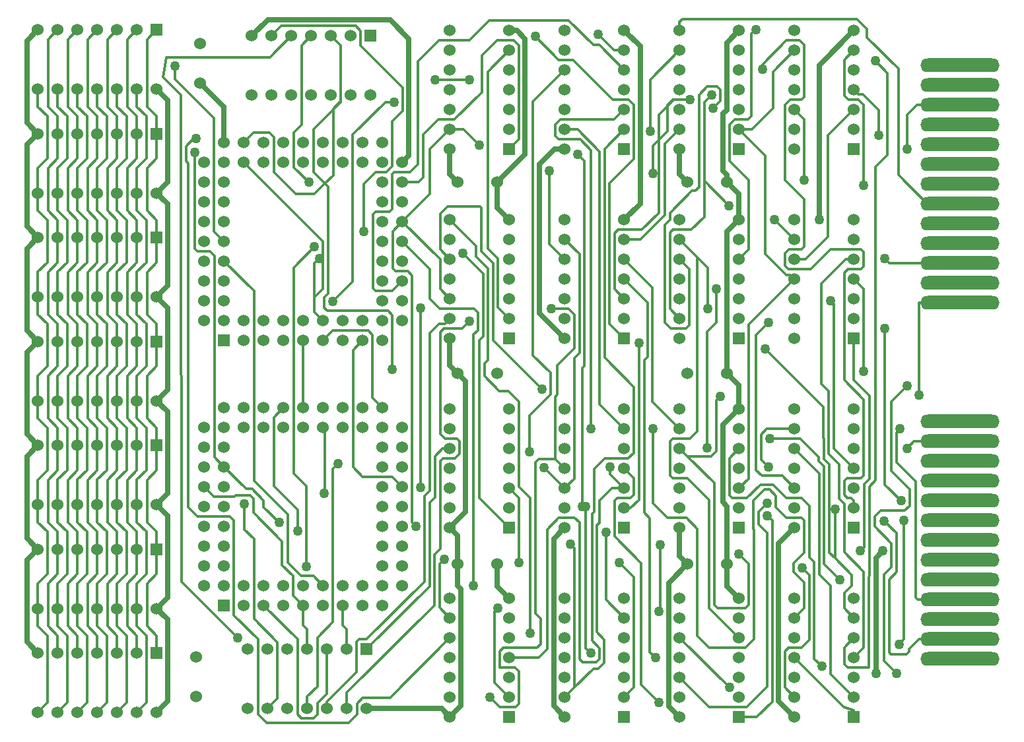
<source format=gbl>
%FSLAX23Y23*%
%MOIN*%
G70*
G01*
G75*
G04 Layer_Physical_Order=2*
G04 Layer_Color=16711680*
%ADD10O,0.400X0.070*%
%ADD11C,0.025*%
%ADD12C,0.012*%
%ADD13R,0.060X0.060*%
%ADD14C,0.060*%
%ADD15R,0.060X0.060*%
%ADD16C,0.050*%
D10*
X5275Y3550D02*
D03*
Y3450D02*
D03*
Y3350D02*
D03*
Y3250D02*
D03*
Y3150D02*
D03*
Y3050D02*
D03*
Y2950D02*
D03*
Y2850D02*
D03*
Y2750D02*
D03*
Y2650D02*
D03*
Y2550D02*
D03*
Y2450D02*
D03*
Y2350D02*
D03*
Y4150D02*
D03*
Y4250D02*
D03*
Y4350D02*
D03*
Y4450D02*
D03*
Y4550D02*
D03*
Y4650D02*
D03*
Y4750D02*
D03*
Y4850D02*
D03*
Y4950D02*
D03*
Y5050D02*
D03*
Y5150D02*
D03*
Y5250D02*
D03*
Y5350D02*
D03*
D11*
X4100Y2830D02*
Y3122D01*
Y2717D02*
Y2830D01*
X2700Y3835D02*
X2740Y3795D01*
X2780Y3754D01*
X2740Y2830D02*
Y2973D01*
Y2719D02*
Y2830D01*
X2940Y2717D02*
Y2830D01*
Y2717D02*
X3000Y2657D01*
X4080Y3143D02*
X4100Y3122D01*
X4080Y3143D02*
Y3533D01*
X4160Y3613D01*
X564Y5474D02*
X620Y5530D01*
X564Y5061D02*
Y5474D01*
Y5061D02*
X620Y5005D01*
X564Y3374D02*
X620Y3430D01*
X564Y2961D02*
Y3374D01*
Y2961D02*
X620Y2905D01*
X564Y2436D02*
X620Y2380D01*
X564Y2436D02*
Y2849D01*
X620Y2905D01*
X564Y3899D02*
X620Y3955D01*
X564Y3486D02*
Y3899D01*
Y3486D02*
X620Y3430D01*
X564Y4536D02*
X620Y4480D01*
X564Y4536D02*
Y4949D01*
X620Y5005D01*
X564Y4424D02*
X620Y4480D01*
X564Y4011D02*
Y4424D01*
Y4011D02*
X620Y3955D01*
X1700Y5500D02*
X1781Y5581D01*
X2398D01*
X2493Y5485D01*
Y4893D02*
Y5485D01*
X2460Y4860D02*
X2493Y4893D01*
X3151Y4098D02*
X3280Y3970D01*
X3151Y4098D02*
Y4850D01*
X3228Y4927D01*
X3280D01*
X2700Y4800D02*
Y4927D01*
Y4800D02*
X2740Y4760D01*
X1220Y3130D02*
X1276Y3074D01*
Y2661D02*
Y3074D01*
X1220Y2605D02*
X1276Y2661D01*
X1220Y2080D02*
X1276Y2136D01*
Y2549D01*
X1220Y2605D02*
X1276Y2549D01*
X1220Y3655D02*
X1276Y3599D01*
Y3186D02*
Y3599D01*
X1220Y3130D02*
X1276Y3186D01*
X1220Y4180D02*
X1276Y4124D01*
Y3711D02*
Y4124D01*
X1220Y3655D02*
X1276Y3711D01*
X1220Y4705D02*
X1276Y4761D01*
Y5174D01*
X1220Y5230D02*
X1276Y5174D01*
X1220Y4705D02*
X1276Y4649D01*
Y4236D02*
Y4649D01*
X1220Y4180D02*
X1276Y4236D01*
X3860Y4800D02*
Y4927D01*
Y4800D02*
X3900Y4760D01*
X4851Y2276D02*
Y2862D01*
X4885Y2896D01*
X2700Y3013D02*
X2740Y2973D01*
X2700Y3013D02*
X2780Y3094D01*
Y3754D01*
X4359Y2137D02*
X4440Y2057D01*
X4359Y2137D02*
Y2933D01*
X4440Y3013D01*
X3580Y4570D02*
X3661Y4650D01*
Y5446D01*
X3580Y5527D02*
X3661Y5446D01*
X4097Y5464D02*
X4160Y5527D01*
X4097Y5124D02*
Y5464D01*
X4080Y5107D02*
X4097Y5124D01*
X4080Y4817D02*
Y5107D01*
Y4817D02*
X4100Y4797D01*
Y4760D02*
Y4797D01*
X1560Y4960D02*
Y5140D01*
X1440Y5260D02*
X1560Y5140D01*
X2700Y3835D02*
Y3970D01*
X4100Y2717D02*
X4160Y2657D01*
X3000Y5527D02*
X3038D01*
X3080Y5484D01*
Y4900D02*
Y5484D01*
X2940Y4760D02*
X3080Y4900D01*
X4100Y4760D02*
X4160Y4700D01*
Y4570D02*
Y4700D01*
X4564Y4570D02*
Y5351D01*
X4740Y5527D01*
X3860Y2870D02*
Y3013D01*
Y2870D02*
X3900Y2830D01*
X3805Y2734D02*
X3900Y2830D01*
X3805Y2112D02*
Y2734D01*
Y2112D02*
X3860Y2057D01*
X4160Y3613D02*
Y3735D01*
X4100Y3795D02*
X4160Y3735D01*
X2280Y2100D02*
X2657D01*
X2700Y2057D01*
X3224Y2113D02*
X3280Y2057D01*
X3224Y2113D02*
Y2957D01*
X3280Y3013D01*
X4100Y4510D02*
X4160Y4570D01*
X4100Y3795D02*
Y4510D01*
X2740Y2719D02*
X2756Y2703D01*
Y2113D02*
Y2703D01*
X2700Y2057D02*
X2756Y2113D01*
X2940Y4630D02*
Y4760D01*
Y4630D02*
X3000Y4570D01*
D12*
X820Y3655D02*
Y3781D01*
Y3567D02*
Y3655D01*
Y2605D02*
Y2731D01*
Y2517D02*
Y2605D01*
Y3130D02*
Y3256D01*
Y3042D02*
Y3130D01*
Y4705D02*
Y4831D01*
Y4617D02*
Y4705D01*
Y4180D02*
Y4306D01*
Y4092D02*
Y4180D01*
Y5005D02*
Y5093D01*
Y4879D02*
Y5005D01*
Y4480D02*
Y4568D01*
Y4354D02*
Y4480D01*
Y3430D02*
Y3518D01*
Y3304D02*
Y3430D01*
Y3955D02*
Y4043D01*
Y3829D02*
Y3955D01*
Y2905D02*
Y2993D01*
Y2780D02*
Y2905D01*
X3985Y4766D02*
X4109Y4642D01*
X3985Y4766D02*
Y5163D01*
Y4584D02*
Y4766D01*
X620Y4705D02*
Y4831D01*
Y4617D02*
Y4705D01*
Y4180D02*
Y4306D01*
Y4092D02*
Y4180D01*
Y2605D02*
Y2730D01*
Y2517D02*
Y2605D01*
Y3655D02*
Y3781D01*
Y3567D02*
Y3655D01*
Y3130D02*
Y3255D01*
Y3042D02*
Y3130D01*
X720Y3655D02*
Y3781D01*
Y3567D02*
Y3655D01*
Y2605D02*
Y2731D01*
Y2517D02*
Y2605D01*
Y3130D02*
Y3256D01*
Y3042D02*
Y3130D01*
Y4705D02*
Y4831D01*
Y4617D02*
Y4705D01*
Y4180D02*
Y4306D01*
Y4092D02*
Y4180D01*
Y5005D02*
Y5093D01*
Y4879D02*
Y5005D01*
Y4480D02*
Y4568D01*
Y4354D02*
Y4480D01*
Y3430D02*
Y3518D01*
Y3304D02*
Y3430D01*
Y3955D02*
Y4043D01*
Y3829D02*
Y3955D01*
Y2905D02*
Y2993D01*
Y2780D02*
Y2905D01*
X920Y3655D02*
Y3781D01*
Y3567D02*
Y3655D01*
Y2605D02*
Y2731D01*
Y2517D02*
Y2605D01*
Y3130D02*
Y3256D01*
Y3042D02*
Y3130D01*
Y4705D02*
Y4831D01*
Y4617D02*
Y4705D01*
Y4180D02*
Y4306D01*
Y4092D02*
Y4180D01*
Y5005D02*
Y5093D01*
Y4879D02*
Y5005D01*
Y4480D02*
Y4568D01*
Y4354D02*
Y4480D01*
Y3430D02*
Y3518D01*
Y3304D02*
Y3430D01*
Y3955D02*
Y4043D01*
Y3829D02*
Y3955D01*
Y2905D02*
Y2993D01*
Y2780D02*
Y2905D01*
X1020Y3655D02*
Y3781D01*
Y3567D02*
Y3655D01*
Y2605D02*
Y2731D01*
Y2517D02*
Y2605D01*
Y3130D02*
Y3256D01*
Y3042D02*
Y3130D01*
Y4705D02*
Y4831D01*
Y4617D02*
Y4705D01*
Y4180D02*
Y4306D01*
Y4092D02*
Y4180D01*
Y5005D02*
Y5093D01*
Y4879D02*
Y5005D01*
Y3955D02*
Y4043D01*
Y3829D02*
Y3955D01*
Y3430D02*
Y3518D01*
Y3304D02*
Y3430D01*
Y4480D02*
Y4568D01*
Y4354D02*
Y4480D01*
Y2905D02*
Y2993D01*
Y2780D02*
Y2905D01*
X1120Y3655D02*
Y3781D01*
Y3567D02*
Y3655D01*
Y4705D02*
Y4831D01*
Y4617D02*
Y4705D01*
Y2605D02*
Y2731D01*
Y2517D02*
Y2605D01*
Y3130D02*
Y3256D01*
Y3042D02*
Y3130D01*
Y4180D02*
Y4306D01*
Y4092D02*
Y4180D01*
Y5005D02*
Y5093D01*
Y4879D02*
Y5005D01*
Y4480D02*
Y4568D01*
Y4354D02*
Y4480D01*
Y3430D02*
Y3518D01*
Y3304D02*
Y3430D01*
Y3955D02*
Y4043D01*
Y3829D02*
Y3955D01*
Y2905D02*
Y2993D01*
Y2780D02*
Y2905D01*
X1220Y5005D02*
Y5093D01*
Y4879D02*
Y5005D01*
Y3955D02*
Y4043D01*
Y3829D02*
Y3955D01*
Y3430D02*
Y3518D01*
Y3304D02*
Y3430D01*
Y4480D02*
Y4568D01*
Y4354D02*
Y4480D01*
Y2905D02*
Y2993D01*
Y2780D02*
Y2905D01*
X3831Y5176D02*
X3913D01*
X3825D02*
X3831D01*
X3800Y5145D02*
X3831Y5176D01*
X3755Y5100D02*
X3800Y5145D01*
Y5151D01*
Y5018D02*
Y5145D01*
X3755Y4973D02*
Y5100D01*
Y4805D02*
Y4973D01*
Y4605D02*
Y4805D01*
Y4973D02*
X3800Y5018D01*
X3726Y4944D02*
X3755Y4973D01*
X2149Y5170D02*
Y5451D01*
Y5165D02*
Y5170D01*
X2111Y5132D02*
X2149Y5170D01*
X2111Y5127D02*
Y5132D01*
Y4795D02*
Y5127D01*
X2069Y4753D02*
X2111Y4795D01*
X2016Y4700D02*
X2069Y4753D01*
X2111Y5127D02*
X2149Y5165D01*
X2011Y5027D02*
X2111Y5127D01*
X2011Y4811D02*
X2069Y4753D01*
X2085Y4737D01*
X2060Y4375D02*
Y4460D01*
Y4222D02*
Y4375D01*
X2016Y4178D02*
X2060Y4222D01*
X2016Y4178D02*
Y4350D01*
Y4104D02*
Y4178D01*
X3900Y3373D02*
X4018D01*
X3860Y3413D02*
X3900Y3373D01*
X4034Y3239D01*
X1511Y3369D02*
X1560Y3320D01*
X1671Y3209D01*
X3860Y4470D02*
X3949Y4381D01*
X4002Y4328D01*
X3949Y3500D02*
Y4381D01*
X3231Y3362D02*
X3231Y3362D01*
X3280Y3313D01*
X3150Y3362D02*
X3231D01*
X3329Y2206D02*
Y2911D01*
X2460Y4560D02*
X2600Y4700D01*
X2411Y4511D02*
X2460Y4560D01*
X2651Y4369D01*
X3329Y2206D02*
X3424Y2301D01*
X3280Y2157D02*
X3329Y2206D01*
X3368Y3120D02*
Y3819D01*
X3386Y2404D02*
Y3120D01*
X4615Y3107D02*
Y3334D01*
Y2888D02*
Y3107D01*
X4644Y2859D02*
Y3107D01*
X4615Y2888D02*
X4644Y2859D01*
X4728Y2775D01*
X820Y2517D02*
X869Y2468D01*
Y2129D02*
Y2468D01*
X820Y2080D02*
X869Y2129D01*
X771Y5142D02*
X820Y5093D01*
X771Y5142D02*
Y5481D01*
X820Y5530D01*
X5043Y3450D02*
X5275D01*
X5007Y3414D02*
X5043Y3450D01*
X5067Y2450D02*
X5275D01*
X5017Y2400D02*
X5067Y2450D01*
X5017Y2388D02*
Y2400D01*
X5004Y2375D02*
X5017Y2388D01*
X4925Y2375D02*
X5004D01*
X4917Y2383D02*
X4925Y2375D01*
X4917Y2383D02*
Y2752D01*
X4954Y2789D01*
Y2986D01*
X4893Y3047D02*
X4954Y2986D01*
X4967Y2425D02*
X4992Y2450D01*
Y3050D01*
X3710Y2384D02*
X3737Y2357D01*
X3710Y2384D02*
Y3061D01*
X3682Y3089D02*
X3710Y3061D01*
X3682Y3089D02*
Y3861D01*
X3698Y3877D01*
Y4152D01*
X3580Y4270D02*
X3698Y4152D01*
X4623Y2274D02*
X4740Y2157D01*
X4623Y2274D02*
Y2720D01*
X4565Y2778D02*
X4623Y2720D01*
X4565Y2778D02*
Y3288D01*
X4440Y3413D02*
X4565Y3288D01*
X4209Y4039D02*
X4440Y4270D01*
X4209Y3262D02*
Y4039D01*
X4160Y3213D02*
X4209Y3262D01*
X4420Y4290D02*
X4440Y4270D01*
X4400Y4290D02*
X4420D01*
X4293Y4397D02*
X4400Y4290D01*
X4293Y4397D02*
Y4894D01*
X4160Y5027D02*
X4293Y4894D01*
X2624Y5277D02*
X2800D01*
X2374Y5165D02*
X2418D01*
X2209Y5000D02*
X2374Y5165D01*
X2209Y4256D02*
Y5000D01*
X2110Y4157D02*
X2209Y4256D01*
X2410Y3270D02*
X2460Y3220D01*
X2260Y3270D02*
X2410D01*
X2211Y3319D02*
X2260Y3270D01*
X2211Y3319D02*
Y3911D01*
X2260Y3960D01*
X2410Y4210D02*
X2460Y4260D01*
X2325Y4210D02*
X2410D01*
X2311Y4224D02*
X2325Y4210D01*
X2311Y4224D02*
Y4597D01*
X2325Y4611D01*
X2395D01*
X2409Y4625D01*
Y4801D01*
X2417Y4809D01*
X2500D01*
X2540Y4849D01*
Y5371D01*
X2645Y5476D01*
X2798D01*
X2900Y5578D01*
X3300D01*
X3425Y5453D01*
X3454D01*
X3580Y5327D01*
X2648Y2832D02*
X2671Y2855D01*
X2648Y2609D02*
Y2832D01*
Y2609D02*
X2700Y2557D01*
X620Y2517D02*
X669Y2468D01*
Y2129D02*
Y2468D01*
X620Y2080D02*
X669Y2129D01*
X720Y2517D02*
X769Y2468D01*
Y2129D02*
Y2468D01*
X720Y2080D02*
X769Y2129D01*
X671Y5142D02*
X720Y5093D01*
X671Y5142D02*
Y5481D01*
X720Y5530D01*
X920Y2517D02*
X969Y2468D01*
Y2129D02*
Y2468D01*
X920Y2080D02*
X969Y2129D01*
X871Y5142D02*
X920Y5093D01*
X871Y5142D02*
Y5481D01*
X920Y5530D01*
X1020Y2517D02*
X1069Y2468D01*
Y2129D02*
Y2468D01*
X1020Y2080D02*
X1069Y2129D01*
X971Y5142D02*
X1020Y5093D01*
X971Y5142D02*
Y5481D01*
X1020Y5530D01*
X1120Y2517D02*
X1169Y2468D01*
Y2129D02*
Y2468D01*
X1120Y2080D02*
X1169Y2129D01*
X1071Y5142D02*
X1120Y5093D01*
X1071Y5142D02*
Y5481D01*
X1120Y5530D01*
X1171Y5142D02*
X1220Y5093D01*
X1171Y5142D02*
Y5481D01*
X1220Y5530D01*
X4160Y4370D02*
X4209Y4419D01*
Y4769D01*
X4111Y4867D02*
X4209Y4769D01*
X4111Y4867D02*
Y5050D01*
X4138Y5077D01*
X4204D01*
X4221Y5094D01*
Y5509D01*
X4244Y5532D01*
X1951Y5451D02*
X2000Y5500D01*
X1951Y5049D02*
Y5451D01*
X1911Y5009D02*
X1951Y5049D01*
X1911Y4835D02*
Y5009D01*
Y4835D02*
X1987Y4759D01*
X3726Y4805D02*
Y4944D01*
X3800Y5151D02*
X3825Y5176D01*
X3531Y4219D02*
X3580Y4170D01*
X3531Y4219D02*
Y4500D01*
X3550Y4519D01*
X3669D01*
X3755Y4605D01*
X2066Y3187D02*
X2069Y3190D01*
Y3511D01*
X2060Y3520D02*
X2069Y3511D01*
X4740Y2057D02*
Y2092D01*
X4690Y2107D02*
X4740Y2092D01*
X4440Y2357D02*
X4690Y2107D01*
X4740Y5227D02*
X4762Y5204D01*
X4785D01*
X4865Y5124D01*
Y4997D02*
Y5124D01*
X3106Y2482D02*
Y3163D01*
X3049Y3220D02*
X3106Y3163D01*
X3049Y3220D02*
Y3650D01*
X2995Y3704D02*
X3049Y3650D01*
X2950Y3704D02*
X2995D01*
X2875Y3779D02*
X2950Y3704D01*
X2875Y3779D02*
Y3843D01*
X2892Y3860D01*
Y4324D01*
X2832Y4385D02*
X2892Y4324D01*
X2832Y4385D02*
Y4438D01*
X2700Y4570D02*
X2832Y4438D01*
X4699Y4370D02*
X4740D01*
X4575Y4247D02*
X4699Y4370D01*
X4575Y3742D02*
Y4247D01*
Y3742D02*
X4613Y3704D01*
Y3387D02*
Y3704D01*
Y3387D02*
X4666Y3334D01*
Y3160D02*
Y3334D01*
Y3160D02*
X4691Y3135D01*
Y2889D02*
Y3135D01*
Y2889D02*
X4789Y2791D01*
Y2406D02*
Y2791D01*
X4740Y2357D02*
X4789Y2406D01*
X1663Y3005D02*
Y3133D01*
Y3005D02*
X1711Y2957D01*
Y2553D02*
Y2957D01*
Y2553D02*
X1829Y2435D01*
Y2149D02*
Y2435D01*
X1780Y2100D02*
X1829Y2149D01*
X2926Y2231D02*
X3000Y2157D01*
X2926Y2231D02*
Y2590D01*
X2943Y2607D01*
X4892Y2339D02*
X4954Y2277D01*
X4892Y2339D02*
Y2777D01*
X4929Y2814D01*
Y2935D01*
X4845Y3019D02*
X4929Y2935D01*
X4845Y3019D02*
Y3069D01*
X4875Y3099D01*
X4996D01*
X5022Y3125D01*
Y3208D01*
X4928Y3302D02*
X5022Y3208D01*
X4928Y3302D02*
Y3649D01*
X5008Y3729D01*
X3412Y3513D02*
Y4922D01*
X3358Y4976D02*
X3412Y4922D01*
X3250Y4976D02*
X3358D01*
X3231Y4995D02*
X3250Y4976D01*
X3231Y4995D02*
Y5050D01*
X3258Y5077D01*
X3530D01*
X3580Y5127D01*
X2553Y3218D02*
Y4123D01*
X3654Y3154D02*
Y3946D01*
X3613Y3113D02*
X3654Y3154D01*
X3580Y3113D02*
X3613D01*
X2850Y3163D02*
X3000Y3013D01*
X2850Y3163D02*
Y3962D01*
X2867Y3979D01*
Y4296D01*
X2764Y4399D02*
X2867Y4296D01*
X2016Y4350D02*
X2041Y4375D01*
X4590Y2829D02*
X4669Y2750D01*
X4590Y2829D02*
Y3323D01*
X4563Y3350D02*
X4590Y3323D01*
X4563Y3350D02*
Y3369D01*
X4467Y3464D02*
X4563Y3369D01*
X4315Y3464D02*
X4467D01*
X4029Y5133D02*
X4066Y5170D01*
Y5228D01*
X4050Y5244D02*
X4066Y5228D01*
X4000Y5244D02*
X4050D01*
X3957Y5201D02*
X4000Y5244D01*
X3957Y4735D02*
Y5201D01*
X3938Y4716D02*
X3957Y4735D01*
X3922Y4716D02*
X3938D01*
X3811Y4605D02*
X3922Y4716D01*
X3811Y4569D02*
Y4605D01*
X3786Y4544D02*
X3811Y4569D01*
X3786Y4050D02*
Y4544D01*
Y4050D02*
X3815Y4021D01*
X3892D01*
X3909Y4037D01*
Y4321D01*
X3860Y4370D02*
X3909Y4321D01*
X4034Y2625D02*
Y3239D01*
Y2625D02*
X4051Y2608D01*
X4192D01*
X4209Y2625D01*
Y2832D01*
X4159Y2882D02*
X4209Y2832D01*
X1760Y3118D02*
X1837Y3041D01*
X1760Y3118D02*
Y3150D01*
X1701Y3209D02*
X1760Y3150D01*
X1671Y3209D02*
X1701D01*
X4045Y3657D02*
X4064Y3676D01*
X4045Y3400D02*
Y3657D01*
X4018Y3373D02*
X4045Y3400D01*
X1510Y4510D02*
X1560Y4460D01*
X1510Y4510D02*
Y5085D01*
X1313Y5282D02*
X1510Y5085D01*
X1313Y5282D02*
Y5348D01*
X3448Y5506D02*
X3527Y5427D01*
X3580D01*
X2675Y4045D02*
X2700Y4070D01*
X2646Y4045D02*
X2675D01*
X2597Y3996D02*
X2646Y4045D01*
X2597Y3199D02*
Y3996D01*
X2572Y3174D02*
X2597Y3199D01*
X2572Y2742D02*
Y3174D01*
X2280Y2450D02*
X2572Y2742D01*
X2241Y2450D02*
X2280D01*
X2229Y2438D02*
X2241Y2450D01*
X2229Y2283D02*
Y2438D01*
X2080Y2134D02*
X2229Y2283D01*
X2080Y2100D02*
Y2134D01*
X4002Y4121D02*
Y4328D01*
X4278Y5330D02*
Y5355D01*
X4400Y5477D01*
X4465D01*
X4489Y5453D01*
Y5191D02*
Y5453D01*
X4475Y5177D02*
X4489Y5191D01*
X4418Y5177D02*
X4475D01*
X4391Y5150D02*
X4418Y5177D01*
X4391Y4772D02*
Y5150D01*
Y4772D02*
X4489Y4674D01*
Y4434D02*
Y4674D01*
X4475Y4420D02*
X4489Y4434D01*
X4411Y4420D02*
X4475D01*
X4391Y4400D02*
X4411Y4420D01*
X4391Y4338D02*
Y4400D01*
Y4338D02*
X4407Y4321D01*
X4523D01*
X4622Y4420D01*
X4775D01*
X4789Y4406D01*
Y4334D02*
Y4406D01*
X4774Y4319D02*
X4789Y4334D01*
X4710Y4319D02*
X4774D01*
X4691Y4300D02*
X4710Y4319D01*
X4691Y3760D02*
Y4300D01*
Y3760D02*
X4789Y3662D01*
Y3278D02*
Y3662D01*
X4775Y3264D02*
X4789Y3278D01*
X4705Y3264D02*
X4775D01*
X4691Y3250D02*
X4705Y3264D01*
X4691Y3179D02*
Y3250D01*
Y3179D02*
X4706Y3164D01*
X4726D01*
X4740Y3150D01*
Y3113D02*
Y3150D01*
X3309Y2931D02*
X3329Y2911D01*
X2509Y3041D02*
X2528Y3022D01*
X2509Y3041D02*
Y4288D01*
X2487Y4310D02*
X2509Y4288D01*
X2425Y4310D02*
X2487D01*
X2411Y4324D02*
X2425Y4310D01*
X2411Y4324D02*
Y4511D01*
X3510Y3283D02*
X3580Y3213D01*
X3510Y3283D02*
Y3319D01*
X3998Y3418D02*
Y4004D01*
X4046Y4052D01*
Y4220D01*
X2110Y3312D02*
X2136Y3338D01*
X2110Y2536D02*
Y3312D01*
X2031Y2457D02*
X2110Y2536D01*
X2031Y2210D02*
Y2457D01*
X1980Y2159D02*
X2031Y2210D01*
X1980Y2100D02*
Y2159D01*
X1792Y5392D02*
X1900Y5500D01*
X1270Y5392D02*
X1792D01*
X1253Y5291D02*
X1270Y5392D01*
X1253Y5291D02*
X1342Y5202D01*
Y4845D02*
Y5202D01*
Y4845D02*
X1346Y2741D01*
X1629Y2458D01*
X3754Y2591D02*
X3763Y2600D01*
Y2926D01*
X4772Y2896D02*
X4791Y2915D01*
Y3233D01*
X4817Y3259D01*
Y3682D01*
X4740Y3759D02*
X4817Y3682D01*
X4740Y3759D02*
Y3970D01*
X3202Y4448D02*
X3280Y4370D01*
X3202Y4448D02*
Y4816D01*
X3280Y5027D02*
X3344D01*
X3456Y4915D01*
Y3637D02*
Y4915D01*
Y3637D02*
X3580Y3513D01*
X4440Y2557D02*
X4489Y2606D01*
Y2736D01*
X4435Y2790D02*
X4489Y2736D01*
X4435Y2790D02*
Y2834D01*
X4489Y2888D01*
Y3050D01*
X4476Y3063D02*
X4489Y3050D01*
X4400Y3063D02*
X4476D01*
X4346Y3117D02*
X4400Y3063D01*
X4346Y3117D02*
Y3175D01*
X4314Y3207D02*
X4346Y3175D01*
X4290Y3207D02*
X4314D01*
X4233Y3150D02*
X4290Y3207D01*
X4233Y3006D02*
Y3150D01*
Y3006D02*
X4234Y3005D01*
Y2450D02*
Y3005D01*
X4191Y2407D02*
X4234Y2450D01*
X4010Y2407D02*
X4191D01*
X3949Y2468D02*
X4010Y2407D01*
X3949Y2468D02*
Y3008D01*
X3894Y3063D02*
X3949Y3008D01*
X3800Y3063D02*
X3894D01*
X3726Y3137D02*
X3800Y3063D01*
X3726Y3137D02*
Y3513D01*
X3176Y3317D02*
X3280Y3213D01*
X3329Y3262D01*
Y3871D01*
X3354Y3896D01*
Y4396D01*
X3280Y4470D02*
X3354Y4396D01*
X3711Y5017D02*
Y5278D01*
X3860Y5427D01*
X3368Y3819D02*
X3379Y3830D01*
Y4868D01*
X3345Y4902D02*
X3379Y4868D01*
X4691Y2408D02*
X4740Y2457D01*
X4691Y2325D02*
Y2408D01*
Y2325D02*
X4709Y2307D01*
X4814D01*
X4819Y3222D01*
X4850Y3253D01*
Y4837D01*
X4909Y4896D01*
Y5312D01*
X4847Y5374D02*
X4909Y5312D01*
X2761Y4019D02*
X2798Y4056D01*
X2670Y4019D02*
X2761D01*
X2651Y4000D02*
X2670Y4019D01*
X2651Y3487D02*
Y4000D01*
Y3487D02*
X2674Y3464D01*
X2735D01*
X2749Y3450D01*
Y3387D02*
Y3450D01*
X2725Y3363D02*
X2749Y3387D01*
X2664Y3363D02*
X2725D01*
X2651Y3350D02*
X2664Y3363D01*
X2651Y2906D02*
Y3350D01*
X2623Y2878D02*
X2651Y2906D01*
X2623Y2622D02*
Y2878D01*
X2180Y2179D02*
X2623Y2622D01*
X2180Y2100D02*
Y2179D01*
X2265Y4510D02*
Y4750D01*
X2326Y4811D01*
X2380D01*
X2409Y4840D01*
Y5067D01*
X2462Y5120D01*
Y5238D01*
X2249Y5451D02*
X2462Y5238D01*
X2249Y5451D02*
Y5525D01*
X2225Y5549D02*
X2249Y5525D01*
X1849Y5549D02*
X2225D01*
X1800Y5500D02*
X1849Y5549D01*
X2651Y4419D02*
X2700Y4370D01*
X2651Y4419D02*
Y4600D01*
X2687Y4636D01*
X2853D01*
X2857Y4632D01*
Y4410D02*
Y4632D01*
Y4410D02*
X2917Y4349D01*
Y3960D02*
Y4349D01*
Y3960D02*
X3164Y3713D01*
X3120Y5167D02*
X3280Y5327D01*
X3120Y3884D02*
Y5167D01*
Y3884D02*
X3208Y3796D01*
Y3687D02*
Y3796D01*
X3102Y3581D02*
X3208Y3687D01*
X3102Y3396D02*
Y3581D01*
X4292Y3918D02*
X4585Y3625D01*
Y3466D02*
Y3625D01*
Y3466D02*
X4588Y3463D01*
Y3362D02*
Y3463D01*
Y3362D02*
X4615Y3334D01*
X4691Y2606D02*
X4740Y2557D01*
X4691Y2606D02*
Y2684D01*
X4728Y2721D01*
Y2775D01*
X4789Y3804D02*
Y4221D01*
X4740Y4270D02*
X4789Y4221D01*
X2398Y2154D02*
X2700Y2457D01*
X2260Y2154D02*
X2398D01*
X2231Y2125D02*
X2260Y2154D01*
X2231Y2069D02*
Y2125D01*
X2188Y2026D02*
X2231Y2069D01*
X1775Y2026D02*
X2188D01*
X1731Y2070D02*
X1775Y2026D01*
X1731Y2070D02*
Y2449D01*
X1610Y2570D02*
X1731Y2449D01*
X1610Y2570D02*
Y3050D01*
X1590Y3070D02*
X1610Y3050D01*
X1425Y3070D02*
X1590D01*
X1379Y3116D02*
X1425Y3070D01*
X1379Y3116D02*
Y4854D01*
X1367Y4866D02*
X1379Y4854D01*
X1367Y4866D02*
Y4940D01*
X1406Y4979D01*
X1420D01*
X2080Y2175D02*
Y2400D01*
X2031Y2126D02*
X2080Y2175D01*
X2031Y2069D02*
Y2126D01*
X2013Y2051D02*
X2031Y2069D01*
X1950Y2051D02*
X2013D01*
X1931Y2070D02*
X1950Y2051D01*
X1931Y2070D02*
Y2449D01*
X1760Y2620D02*
X1931Y2449D01*
X3506Y4044D02*
X3580Y3970D01*
X3506Y4044D02*
Y4754D01*
X3629Y4877D01*
Y5150D01*
X3602Y5177D02*
X3629Y5150D01*
X3522Y5177D02*
X3602D01*
X3322Y5377D02*
X3522Y5177D01*
X3250Y5377D02*
X3322D01*
X3131Y5496D02*
X3250Y5377D01*
X2663Y3413D02*
X2700D01*
X2625Y3375D02*
X2663Y3413D01*
X2625Y3166D02*
Y3375D01*
X2598Y3139D02*
X2625Y3166D01*
X2598Y2718D02*
Y3139D01*
X2280Y2400D02*
X2598Y2718D01*
X4111Y3364D02*
X4160Y3413D01*
X4111Y3177D02*
Y3364D01*
Y3177D02*
X4125Y3163D01*
X4200D01*
X4269Y3232D01*
X4331D01*
X4400Y3163D01*
X4476D01*
X4514Y3125D01*
Y2865D02*
Y3125D01*
Y2865D02*
X4540Y2839D01*
Y2352D02*
Y2839D01*
Y2352D02*
X4579Y2313D01*
X4691Y5378D02*
X4740Y5427D01*
X4691Y5198D02*
Y5378D01*
Y5198D02*
X4713Y5176D01*
X4763D01*
X4789Y5150D01*
Y4745D02*
Y5150D01*
X4377Y3276D02*
X4440Y3213D01*
X4275Y3276D02*
X4377D01*
X4246Y3305D02*
X4275Y3276D01*
X4246Y3305D02*
Y3988D01*
X4307Y4049D01*
X3487Y2650D02*
Y2991D01*
Y2650D02*
X3580Y2557D01*
X1560Y4360D02*
X1711Y4209D01*
Y3250D02*
Y4209D01*
Y3250D02*
X1881Y3080D01*
Y2838D02*
Y3080D01*
Y2838D02*
X1949Y2769D01*
X2011D01*
X2060Y2720D01*
X2100Y5500D02*
X2149Y5451D01*
X2011Y4811D02*
Y5027D01*
X2085Y4197D02*
Y4737D01*
X2066Y4178D02*
X2085Y4197D01*
X2066Y4125D02*
Y4178D01*
Y4125D02*
X2082Y4109D01*
X2388D01*
X2409Y4088D01*
Y3814D02*
Y4088D01*
X4300Y3513D02*
X4440D01*
X4271Y3484D02*
X4300Y3513D01*
X4271Y3357D02*
Y3484D01*
Y3357D02*
X4308Y3320D01*
X4302Y3075D02*
X4327Y3050D01*
Y2134D02*
Y3050D01*
X4250Y2057D02*
X4327Y2134D01*
X4160Y2057D02*
X4250D01*
X5058Y5150D02*
X5275D01*
X5008Y5100D02*
X5058Y5150D01*
X5008Y4928D02*
Y5100D01*
X3811Y4119D02*
X3860Y4070D01*
X3811Y4119D02*
Y4505D01*
X3825Y4519D01*
X3920D01*
X3985Y4584D01*
Y5163D02*
X4022Y5200D01*
X4640Y3414D02*
X4740Y3313D01*
X4640Y3414D02*
Y4145D01*
X4623Y4162D02*
X4640Y4145D01*
X4479Y2809D02*
X4515Y2773D01*
Y2446D02*
Y2773D01*
X4475Y2406D02*
X4515Y2446D01*
X4410Y2406D02*
X4475D01*
X4391Y2388D02*
X4410Y2406D01*
X4391Y2206D02*
Y2388D01*
Y2206D02*
X4440Y2157D01*
X2768Y5027D02*
X2847Y4948D01*
X2700Y5027D02*
X2768D01*
X2819Y2720D02*
Y3989D01*
X2842Y4012D01*
Y4100D01*
X2821Y4121D02*
X2842Y4100D01*
X2650Y4121D02*
X2821D01*
X2599Y4172D02*
X2650Y4121D01*
X2599Y4172D02*
Y4321D01*
X2460Y4460D02*
X2599Y4321D01*
X2460Y4760D02*
X2542D01*
X2566Y4784D01*
Y5000D01*
X2642Y5076D01*
X2723D01*
X2861Y5214D01*
Y5400D01*
X2937Y5476D01*
X3023D01*
X3049Y5450D01*
Y4976D02*
Y5450D01*
X3000Y4927D02*
X3049Y4976D01*
X4332Y5318D02*
X4440Y5427D01*
X4332Y5134D02*
Y5318D01*
X4224Y5027D02*
X4332Y5134D01*
X4160Y5027D02*
X4224D01*
X1911Y4328D02*
X2016Y4433D01*
X1911Y3288D02*
Y4328D01*
Y3288D02*
X1975Y3224D01*
Y2816D02*
Y3224D01*
X1660Y4860D02*
X2060Y4460D01*
X2016Y4104D02*
X2060Y4060D01*
X3860Y5527D02*
Y5569D01*
X3875Y5584D01*
X4755D01*
X4805Y5535D01*
Y5492D02*
Y5535D01*
Y5492D02*
X4964Y5333D01*
Y4796D02*
Y5333D01*
Y4796D02*
X5110Y4650D01*
X5275D01*
X3481Y4928D02*
X3580Y5027D01*
X3481Y3873D02*
Y4928D01*
Y3873D02*
X3629Y3725D01*
Y3392D02*
Y3725D01*
X3600Y3363D02*
X3629Y3392D01*
X3481Y3363D02*
X3600D01*
X3430Y3312D02*
X3481Y3363D01*
X3430Y3095D02*
Y3312D01*
X3418Y3083D02*
X3430Y3095D01*
X3418Y2443D02*
Y3083D01*
Y2443D02*
X3455Y2405D01*
Y2350D02*
Y2405D01*
X3440Y2335D02*
X3455Y2350D01*
X3369Y2335D02*
X3440D01*
X3354Y2350D02*
X3369Y2335D01*
X3354Y2350D02*
Y3039D01*
X3330Y3063D02*
X3354Y3039D01*
X3250Y3063D02*
X3330D01*
X3192Y3005D02*
X3250Y3063D01*
X3192Y2399D02*
Y3005D01*
X3150Y2357D02*
X3192Y2399D01*
X3000Y2357D02*
X3150D01*
X4340Y4570D02*
X4440Y4470D01*
X4896Y3232D02*
Y4020D01*
Y3232D02*
X4978Y3150D01*
X4954Y3495D02*
X4972Y3513D01*
X4954Y3344D02*
Y3495D01*
Y3344D02*
X5051Y3247D01*
Y2662D02*
Y3247D01*
Y2662D02*
X5063Y2650D01*
X5275D01*
X3665Y2221D02*
X3754Y2132D01*
X3665Y2221D02*
Y2835D01*
X3531Y2969D02*
X3665Y2835D01*
X3531Y2969D02*
Y3150D01*
X3545Y3164D01*
X3612D01*
X3629Y3181D01*
Y3264D01*
X3580Y3313D02*
X3629Y3264D01*
X3000Y3213D02*
X3049Y3164D01*
Y2838D02*
Y3164D01*
X3556Y2838D02*
X3629Y2765D01*
Y2206D02*
Y2765D01*
X3580Y2157D02*
X3629Y2206D01*
X1922Y4700D02*
X2016D01*
X1811Y4811D02*
X1922Y4700D01*
X1811Y4811D02*
Y4988D01*
X1789Y5009D02*
X1811Y4988D01*
X1709Y5009D02*
X1789D01*
X1660Y4960D02*
X1709Y5009D01*
X1411Y4425D02*
Y4909D01*
Y4425D02*
X1425Y4411D01*
X1487D01*
X1511Y4387D01*
Y3369D02*
Y4387D01*
X1460Y3220D02*
X1510Y3170D01*
X1612D01*
X1619Y3177D01*
X1692D01*
X1707Y3162D01*
Y3091D02*
Y3162D01*
Y3091D02*
X1853Y2945D01*
Y2825D02*
Y2945D01*
Y2825D02*
X1909Y2769D01*
Y2671D02*
Y2769D01*
Y2671D02*
X1960Y2620D01*
X1931Y2997D02*
Y3104D01*
X1811Y3224D02*
X1931Y3104D01*
X1811Y3224D02*
Y3571D01*
X1860Y3620D01*
X4258Y3094D02*
X4302Y3138D01*
X4258Y3031D02*
Y3094D01*
Y3031D02*
X4302Y2987D01*
Y2209D02*
Y2987D01*
X4200Y2107D02*
X4302Y2209D01*
X4010Y2107D02*
X4200D01*
X3860Y2257D02*
X4010Y2107D01*
X3860Y2457D02*
X4111Y2206D01*
X2942Y4128D02*
X3000Y4070D01*
X2942Y4128D02*
Y4374D01*
X2891Y4425D02*
X2942Y4374D01*
X2891Y4425D02*
Y5318D01*
X3000Y5427D01*
X3386Y2404D02*
X3411Y2379D01*
X3424Y2301D02*
X3450D01*
X3480Y2331D01*
Y2448D01*
X3443Y2486D02*
X3480Y2448D01*
X3443Y2486D02*
Y3026D01*
X3455Y3038D01*
Y3150D01*
X3518Y3213D01*
X3580D01*
X3231Y3362D02*
Y3675D01*
X3242Y3686D01*
Y3834D01*
X3329Y3921D01*
Y4091D01*
X3300Y4120D02*
X3329Y4091D01*
X3212Y4120D02*
X3300D01*
X2901Y2157D02*
X2951Y2107D01*
X3031D01*
X3049Y2125D01*
Y2287D01*
X3030Y2306D02*
X3049Y2287D01*
X2952Y2306D02*
X3030D01*
X2951Y2307D02*
X2952Y2306D01*
X2951Y2307D02*
Y2388D01*
X2970Y2406D01*
X3138D01*
X3157Y2425D01*
Y2554D01*
X3132Y2579D02*
X3157Y2554D01*
X3132Y2579D02*
Y3344D01*
X3150Y3362D01*
X3786Y4953D02*
X3860Y5027D01*
X3786Y4593D02*
Y4953D01*
X3663Y4470D02*
X3786Y4593D01*
X3580Y4470D02*
X3663D01*
X5067Y4150D02*
X5275D01*
X5067Y3685D02*
Y4150D01*
X2060Y3960D02*
X2109Y4009D01*
X2287D01*
X2309Y3987D01*
Y3671D02*
Y3987D01*
Y3671D02*
X2360Y3620D01*
X4894Y4375D02*
X4919Y4350D01*
X5275D01*
X4489Y4770D02*
Y5078D01*
X4440Y5127D02*
X4489Y5078D01*
X4609Y4996D02*
X4740Y5127D01*
X4609Y4485D02*
Y4996D01*
X4494Y4370D02*
X4609Y4485D01*
X4440Y4370D02*
X4494D01*
X3723Y3650D02*
X3860Y3513D01*
X3723Y3650D02*
Y4227D01*
X3580Y4370D02*
X3723Y4227D01*
X4009Y2608D02*
X4160Y2457D01*
X4009Y2608D02*
Y3153D01*
X3899Y3263D02*
X4009Y3153D01*
X3825Y3263D02*
X3899D01*
X3811Y3277D02*
X3825Y3263D01*
X3811Y3277D02*
Y3450D01*
X3824Y3463D01*
X3912D01*
X3949Y3500D01*
X2651Y4219D02*
X2700Y4170D01*
X2651Y4219D02*
Y4369D01*
X2600Y4927D02*
X2700Y5027D01*
X2600Y4700D02*
Y4927D01*
X1960Y3620D02*
Y3960D01*
X2160Y2520D02*
Y2620D01*
Y2520D02*
X2180Y2500D01*
Y2400D02*
Y2500D01*
X1960Y2520D02*
Y2620D01*
Y2520D02*
X1980Y2500D01*
Y2400D02*
Y2500D01*
X820Y2731D02*
X869Y2780D01*
Y2993D01*
X820Y3042D02*
X869Y2993D01*
X820Y3256D02*
X869Y3305D01*
Y3518D01*
X820Y3567D02*
X869Y3518D01*
X820Y3781D02*
X869Y3830D01*
Y4043D01*
X820Y4092D02*
X869Y4043D01*
X820Y4306D02*
X869Y4355D01*
Y4568D01*
X820Y4617D02*
X869Y4568D01*
X820Y4831D02*
X869Y4880D01*
Y5093D01*
X820Y5142D02*
X869Y5093D01*
X820Y5142D02*
Y5230D01*
X771Y2731D02*
X820Y2780D01*
X771Y2517D02*
Y2731D01*
Y2517D02*
X820Y2468D01*
Y2380D02*
Y2468D01*
X771Y3042D02*
X820Y2993D01*
X771Y3042D02*
Y3255D01*
X820Y3304D01*
X771Y3567D02*
X820Y3518D01*
X771Y3567D02*
Y3780D01*
X820Y3829D01*
X771Y4092D02*
X820Y4043D01*
X771Y4092D02*
Y4305D01*
X820Y4354D01*
X771Y4617D02*
X820Y4568D01*
X771Y4617D02*
Y4830D01*
X820Y4879D01*
X620Y3781D02*
X669Y3830D01*
Y4043D01*
X620Y4092D02*
X669Y4043D01*
X620Y4306D02*
X669Y4355D01*
Y4568D01*
X620Y4617D02*
X669Y4568D01*
X620Y4831D02*
X669Y4880D01*
Y5093D01*
X620Y5142D02*
X669Y5093D01*
X620Y5142D02*
Y5230D01*
Y3567D02*
X669Y3518D01*
Y3304D02*
Y3518D01*
X620Y3255D02*
X669Y3304D01*
X620Y3042D02*
X669Y2993D01*
Y2779D02*
Y2993D01*
X620Y2730D02*
X669Y2779D01*
X720Y2731D02*
X769Y2780D01*
Y2993D01*
X720Y3042D02*
X769Y2993D01*
X720Y3256D02*
X769Y3305D01*
Y3518D01*
X720Y3567D02*
X769Y3518D01*
X720Y3781D02*
X769Y3830D01*
Y4043D01*
X720Y4092D02*
X769Y4043D01*
X720Y4306D02*
X769Y4355D01*
Y4568D01*
X720Y4617D02*
X769Y4568D01*
X720Y4831D02*
X769Y4880D01*
Y5093D01*
X720Y5142D02*
X769Y5093D01*
X720Y5142D02*
Y5230D01*
X671Y2731D02*
X720Y2780D01*
X671Y2517D02*
Y2731D01*
Y2517D02*
X720Y2468D01*
Y2380D02*
Y2468D01*
X671Y3042D02*
X720Y2993D01*
X671Y3042D02*
Y3255D01*
X720Y3304D01*
X671Y3567D02*
X720Y3518D01*
X671Y3567D02*
Y3780D01*
X720Y3829D01*
X671Y4092D02*
X720Y4043D01*
X671Y4092D02*
Y4305D01*
X720Y4354D01*
X671Y4617D02*
X720Y4568D01*
X671Y4617D02*
Y4830D01*
X720Y4879D01*
X920Y2731D02*
X969Y2780D01*
Y2993D01*
X920Y3042D02*
X969Y2993D01*
X920Y3256D02*
X969Y3305D01*
Y3518D01*
X920Y3567D02*
X969Y3518D01*
X920Y3781D02*
X969Y3830D01*
Y4043D01*
X920Y4092D02*
X969Y4043D01*
X920Y4306D02*
X969Y4355D01*
Y4568D01*
X920Y4617D02*
X969Y4568D01*
X920Y4831D02*
X969Y4880D01*
Y5093D01*
X920Y5142D02*
X969Y5093D01*
X920Y5142D02*
Y5230D01*
X871Y2731D02*
X920Y2780D01*
X871Y2517D02*
Y2731D01*
Y2517D02*
X920Y2468D01*
Y2380D02*
Y2468D01*
X871Y3042D02*
X920Y2993D01*
X871Y3042D02*
Y3255D01*
X920Y3304D01*
X871Y3567D02*
X920Y3518D01*
X871Y3567D02*
Y3780D01*
X920Y3829D01*
X871Y4092D02*
X920Y4043D01*
X871Y4092D02*
Y4305D01*
X920Y4354D01*
X871Y4617D02*
X920Y4568D01*
X871Y4617D02*
Y4830D01*
X920Y4879D01*
X1020Y2731D02*
X1069Y2780D01*
Y2993D01*
X1020Y3042D02*
X1069Y2993D01*
X1020Y3256D02*
X1069Y3305D01*
Y3518D01*
X1020Y3567D02*
X1069Y3518D01*
X1020Y3781D02*
X1069Y3830D01*
Y4043D01*
X1020Y4092D02*
X1069Y4043D01*
X1020Y4306D02*
X1069Y4355D01*
Y4568D01*
X1020Y4617D02*
X1069Y4568D01*
X1020Y4831D02*
X1069Y4880D01*
Y5093D01*
X1020Y5142D02*
X1069Y5093D01*
X1020Y5142D02*
Y5230D01*
X971Y2731D02*
X1020Y2780D01*
X971Y2517D02*
Y2731D01*
Y2517D02*
X1020Y2468D01*
Y2380D02*
Y2468D01*
X971Y3042D02*
X1020Y2993D01*
X971Y3042D02*
Y3255D01*
X1020Y3304D01*
X971Y3567D02*
X1020Y3518D01*
X971Y3567D02*
Y3780D01*
X1020Y3829D01*
X971Y4092D02*
X1020Y4043D01*
X971Y4092D02*
Y4305D01*
X1020Y4354D01*
X971Y4617D02*
X1020Y4568D01*
X971Y4617D02*
Y4830D01*
X1020Y4879D01*
X1120Y2731D02*
X1169Y2780D01*
Y2993D01*
X1120Y3042D02*
X1169Y2993D01*
X1120Y3256D02*
X1169Y3305D01*
Y3518D01*
X1120Y3567D02*
X1169Y3518D01*
X1120Y3781D02*
X1169Y3830D01*
Y4043D01*
X1120Y4092D02*
X1169Y4043D01*
X1120Y4306D02*
X1169Y4355D01*
Y4568D01*
X1120Y4617D02*
X1169Y4568D01*
X1120Y4831D02*
X1169Y4880D01*
Y5093D01*
X1120Y5142D02*
X1169Y5093D01*
X1120Y5142D02*
Y5230D01*
X1071Y2731D02*
X1120Y2780D01*
X1071Y2517D02*
Y2731D01*
Y2517D02*
X1120Y2468D01*
Y2380D02*
Y2468D01*
X1071Y3042D02*
X1120Y2993D01*
X1071Y3042D02*
Y3255D01*
X1120Y3304D01*
X1071Y3567D02*
X1120Y3518D01*
X1071Y3567D02*
Y3780D01*
X1120Y3829D01*
X1071Y4092D02*
X1120Y4043D01*
X1071Y4092D02*
Y4305D01*
X1120Y4354D01*
X1071Y4617D02*
X1120Y4568D01*
X1071Y4617D02*
Y4830D01*
X1120Y4879D01*
X1171Y2731D02*
X1220Y2780D01*
X1171Y2517D02*
Y2731D01*
Y2517D02*
X1220Y2468D01*
Y2380D02*
Y2468D01*
X1171Y3042D02*
X1220Y2993D01*
X1171Y3042D02*
Y3255D01*
X1220Y3304D01*
X1171Y3567D02*
X1220Y3518D01*
X1171Y3567D02*
Y3780D01*
X1220Y3829D01*
X1171Y4092D02*
X1220Y4043D01*
X1171Y4092D02*
Y4305D01*
X1220Y4354D01*
X1171Y4617D02*
X1220Y4568D01*
X1171Y4617D02*
Y4830D01*
X1220Y4879D01*
D13*
X2300Y5500D02*
D03*
X2280Y2400D02*
D03*
X1220Y5530D02*
D03*
Y5005D02*
D03*
Y4480D02*
D03*
Y3955D02*
D03*
Y3430D02*
D03*
Y2905D02*
D03*
Y2380D02*
D03*
X1560Y3960D02*
D03*
Y2620D02*
D03*
D14*
X2200Y5500D02*
D03*
X2100D02*
D03*
X2000D02*
D03*
X1900D02*
D03*
X1800D02*
D03*
X1700D02*
D03*
Y5200D02*
D03*
X1800D02*
D03*
X1900D02*
D03*
X2000D02*
D03*
X2100D02*
D03*
X2200D02*
D03*
X2300D02*
D03*
X3000Y5027D02*
D03*
Y5127D02*
D03*
Y5227D02*
D03*
Y5327D02*
D03*
Y5427D02*
D03*
Y5527D02*
D03*
X2700D02*
D03*
Y5427D02*
D03*
Y5327D02*
D03*
Y5227D02*
D03*
Y5127D02*
D03*
Y5027D02*
D03*
Y4927D02*
D03*
X3580Y5027D02*
D03*
Y5127D02*
D03*
Y5227D02*
D03*
Y5327D02*
D03*
Y5427D02*
D03*
Y5527D02*
D03*
X3280D02*
D03*
Y5427D02*
D03*
Y5327D02*
D03*
Y5227D02*
D03*
Y5127D02*
D03*
Y5027D02*
D03*
Y4927D02*
D03*
X4160Y5027D02*
D03*
Y5127D02*
D03*
Y5227D02*
D03*
Y5327D02*
D03*
Y5427D02*
D03*
Y5527D02*
D03*
X3860D02*
D03*
Y5427D02*
D03*
Y5327D02*
D03*
Y5227D02*
D03*
Y5127D02*
D03*
Y5027D02*
D03*
Y4927D02*
D03*
X4740Y5027D02*
D03*
Y5127D02*
D03*
Y5227D02*
D03*
Y5327D02*
D03*
Y5427D02*
D03*
Y5527D02*
D03*
X4440D02*
D03*
Y5427D02*
D03*
Y5327D02*
D03*
Y5227D02*
D03*
Y5127D02*
D03*
Y5027D02*
D03*
Y4927D02*
D03*
X3000Y4070D02*
D03*
Y4170D02*
D03*
Y4270D02*
D03*
Y4370D02*
D03*
Y4470D02*
D03*
Y4570D02*
D03*
X2700D02*
D03*
Y4470D02*
D03*
Y4370D02*
D03*
Y4270D02*
D03*
Y4170D02*
D03*
Y4070D02*
D03*
Y3970D02*
D03*
X3580Y4070D02*
D03*
Y4170D02*
D03*
Y4270D02*
D03*
Y4370D02*
D03*
Y4470D02*
D03*
Y4570D02*
D03*
X3280D02*
D03*
Y4470D02*
D03*
Y4370D02*
D03*
Y4270D02*
D03*
Y4170D02*
D03*
Y4070D02*
D03*
Y3970D02*
D03*
X4160Y4070D02*
D03*
Y4170D02*
D03*
Y4270D02*
D03*
Y4370D02*
D03*
Y4470D02*
D03*
Y4570D02*
D03*
X3860D02*
D03*
Y4470D02*
D03*
Y4370D02*
D03*
Y4270D02*
D03*
Y4170D02*
D03*
Y4070D02*
D03*
Y3970D02*
D03*
X4740Y4070D02*
D03*
Y4170D02*
D03*
Y4270D02*
D03*
Y4370D02*
D03*
Y4470D02*
D03*
Y4570D02*
D03*
X4440D02*
D03*
Y4470D02*
D03*
Y4370D02*
D03*
Y4270D02*
D03*
Y4170D02*
D03*
Y4070D02*
D03*
Y3970D02*
D03*
X3000Y3113D02*
D03*
Y3213D02*
D03*
Y3313D02*
D03*
Y3413D02*
D03*
Y3513D02*
D03*
Y3613D02*
D03*
X2700D02*
D03*
Y3513D02*
D03*
Y3413D02*
D03*
Y3313D02*
D03*
Y3213D02*
D03*
Y3113D02*
D03*
Y3013D02*
D03*
X3580Y3113D02*
D03*
Y3213D02*
D03*
Y3313D02*
D03*
Y3413D02*
D03*
Y3513D02*
D03*
Y3613D02*
D03*
X3280D02*
D03*
Y3513D02*
D03*
Y3413D02*
D03*
Y3313D02*
D03*
Y3213D02*
D03*
Y3113D02*
D03*
Y3013D02*
D03*
X4160Y3113D02*
D03*
Y3213D02*
D03*
Y3313D02*
D03*
Y3413D02*
D03*
Y3513D02*
D03*
Y3613D02*
D03*
X3860D02*
D03*
Y3513D02*
D03*
Y3413D02*
D03*
Y3313D02*
D03*
Y3213D02*
D03*
Y3113D02*
D03*
Y3013D02*
D03*
X4740Y3113D02*
D03*
Y3213D02*
D03*
Y3313D02*
D03*
Y3413D02*
D03*
Y3513D02*
D03*
Y3613D02*
D03*
X4440D02*
D03*
Y3513D02*
D03*
Y3413D02*
D03*
Y3313D02*
D03*
Y3213D02*
D03*
Y3113D02*
D03*
Y3013D02*
D03*
X2180Y2400D02*
D03*
X2080D02*
D03*
X1980D02*
D03*
X1880D02*
D03*
X1780D02*
D03*
X1680D02*
D03*
Y2100D02*
D03*
X1780D02*
D03*
X1880D02*
D03*
X1980D02*
D03*
X2080D02*
D03*
X2180D02*
D03*
X2280D02*
D03*
X3000Y2157D02*
D03*
Y2257D02*
D03*
Y2357D02*
D03*
Y2457D02*
D03*
Y2557D02*
D03*
Y2657D02*
D03*
X2700D02*
D03*
Y2557D02*
D03*
Y2457D02*
D03*
Y2357D02*
D03*
Y2257D02*
D03*
Y2157D02*
D03*
Y2057D02*
D03*
X3580Y2157D02*
D03*
Y2257D02*
D03*
Y2357D02*
D03*
Y2457D02*
D03*
Y2557D02*
D03*
Y2657D02*
D03*
X3280D02*
D03*
Y2557D02*
D03*
Y2457D02*
D03*
Y2357D02*
D03*
Y2257D02*
D03*
Y2157D02*
D03*
Y2057D02*
D03*
X4160Y2157D02*
D03*
Y2257D02*
D03*
Y2357D02*
D03*
Y2457D02*
D03*
Y2557D02*
D03*
Y2657D02*
D03*
X3860D02*
D03*
Y2557D02*
D03*
Y2457D02*
D03*
Y2357D02*
D03*
Y2257D02*
D03*
Y2157D02*
D03*
Y2057D02*
D03*
X4740Y2157D02*
D03*
Y2257D02*
D03*
Y2357D02*
D03*
Y2457D02*
D03*
Y2557D02*
D03*
Y2657D02*
D03*
X4440D02*
D03*
Y2557D02*
D03*
Y2457D02*
D03*
Y2357D02*
D03*
Y2257D02*
D03*
Y2157D02*
D03*
Y2057D02*
D03*
X1120Y5530D02*
D03*
X1020D02*
D03*
X920D02*
D03*
X820D02*
D03*
X720D02*
D03*
X620D02*
D03*
Y5230D02*
D03*
X720D02*
D03*
X820D02*
D03*
X920D02*
D03*
X1020D02*
D03*
X1120D02*
D03*
X1220D02*
D03*
X1120Y5005D02*
D03*
X1020D02*
D03*
X920D02*
D03*
X820D02*
D03*
X720D02*
D03*
X620D02*
D03*
Y4705D02*
D03*
X720D02*
D03*
X820D02*
D03*
X920D02*
D03*
X1020D02*
D03*
X1120D02*
D03*
X1220D02*
D03*
X1120Y4480D02*
D03*
X1020D02*
D03*
X920D02*
D03*
X820D02*
D03*
X720D02*
D03*
X620D02*
D03*
Y4180D02*
D03*
X720D02*
D03*
X820D02*
D03*
X920D02*
D03*
X1020D02*
D03*
X1120D02*
D03*
X1220D02*
D03*
X1120Y3955D02*
D03*
X1020D02*
D03*
X920D02*
D03*
X820D02*
D03*
X720D02*
D03*
X620D02*
D03*
Y3655D02*
D03*
X720D02*
D03*
X820D02*
D03*
X920D02*
D03*
X1020D02*
D03*
X1120D02*
D03*
X1220D02*
D03*
X1120Y3430D02*
D03*
X1020D02*
D03*
X920D02*
D03*
X820D02*
D03*
X720D02*
D03*
X620D02*
D03*
Y3130D02*
D03*
X720D02*
D03*
X820D02*
D03*
X920D02*
D03*
X1020D02*
D03*
X1120D02*
D03*
X1220D02*
D03*
X1120Y2905D02*
D03*
X1020D02*
D03*
X920D02*
D03*
X820D02*
D03*
X720D02*
D03*
X620D02*
D03*
Y2605D02*
D03*
X720D02*
D03*
X820D02*
D03*
X920D02*
D03*
X1020D02*
D03*
X1120D02*
D03*
X1220D02*
D03*
X1120Y2380D02*
D03*
X1020D02*
D03*
X920D02*
D03*
X820D02*
D03*
X720D02*
D03*
X620D02*
D03*
Y2080D02*
D03*
X720D02*
D03*
X820D02*
D03*
X920D02*
D03*
X1020D02*
D03*
X1120D02*
D03*
X1220D02*
D03*
X1560Y4060D02*
D03*
X1660Y3960D02*
D03*
Y4060D02*
D03*
X1760Y3960D02*
D03*
Y4060D02*
D03*
X1860Y3960D02*
D03*
Y4060D02*
D03*
X1960Y3960D02*
D03*
Y4060D02*
D03*
X2060Y3960D02*
D03*
Y4060D02*
D03*
X2160Y3960D02*
D03*
Y4060D02*
D03*
X2260Y3960D02*
D03*
Y4060D02*
D03*
X2360Y3960D02*
D03*
X2460Y4060D02*
D03*
X2360D02*
D03*
X2460Y4160D02*
D03*
X2360D02*
D03*
X2460Y4260D02*
D03*
X2360D02*
D03*
X2460Y4360D02*
D03*
X2360D02*
D03*
X2460Y4460D02*
D03*
X2360D02*
D03*
X2460Y4560D02*
D03*
X2360D02*
D03*
X2460Y4660D02*
D03*
X2360D02*
D03*
X2460Y4760D02*
D03*
X2360D02*
D03*
X2460Y4860D02*
D03*
X2360Y4960D02*
D03*
Y4860D02*
D03*
X2260Y4960D02*
D03*
Y4860D02*
D03*
X2160Y4960D02*
D03*
Y4860D02*
D03*
X2060Y4960D02*
D03*
Y4860D02*
D03*
X1960Y4960D02*
D03*
Y4860D02*
D03*
X1860Y4960D02*
D03*
Y4860D02*
D03*
X1760Y4960D02*
D03*
Y4860D02*
D03*
X1660Y4960D02*
D03*
Y4860D02*
D03*
X1560Y4960D02*
D03*
X1460Y4860D02*
D03*
X1560D02*
D03*
X1460Y4760D02*
D03*
X1560D02*
D03*
X1460Y4660D02*
D03*
X1560D02*
D03*
X1460Y4560D02*
D03*
X1560D02*
D03*
X1460Y4460D02*
D03*
X1560D02*
D03*
X1460Y4360D02*
D03*
X1560D02*
D03*
X1460Y4260D02*
D03*
X1560D02*
D03*
X1460Y4160D02*
D03*
X1560D02*
D03*
X1460Y4060D02*
D03*
X1560Y2720D02*
D03*
X1660Y2620D02*
D03*
Y2720D02*
D03*
X1760Y2620D02*
D03*
Y2720D02*
D03*
X1860Y2620D02*
D03*
Y2720D02*
D03*
X1960Y2620D02*
D03*
Y2720D02*
D03*
X2060Y2620D02*
D03*
Y2720D02*
D03*
X2160Y2620D02*
D03*
Y2720D02*
D03*
X2260Y2620D02*
D03*
Y2720D02*
D03*
X2360Y2620D02*
D03*
X2460Y2720D02*
D03*
X2360D02*
D03*
X2460Y2820D02*
D03*
X2360D02*
D03*
X2460Y2920D02*
D03*
X2360D02*
D03*
X2460Y3020D02*
D03*
X2360D02*
D03*
X2460Y3120D02*
D03*
X2360D02*
D03*
X2460Y3220D02*
D03*
X2360D02*
D03*
X2460Y3320D02*
D03*
X2360D02*
D03*
X2460Y3420D02*
D03*
X2360D02*
D03*
X2460Y3520D02*
D03*
X2360Y3620D02*
D03*
Y3520D02*
D03*
X2260Y3620D02*
D03*
Y3520D02*
D03*
X2160Y3620D02*
D03*
Y3520D02*
D03*
X2060Y3620D02*
D03*
Y3520D02*
D03*
X1960Y3620D02*
D03*
Y3520D02*
D03*
X1860Y3620D02*
D03*
Y3520D02*
D03*
X1760Y3620D02*
D03*
Y3520D02*
D03*
X1660Y3620D02*
D03*
Y3520D02*
D03*
X1560Y3620D02*
D03*
X1460Y3520D02*
D03*
X1560D02*
D03*
X1460Y3420D02*
D03*
X1560D02*
D03*
X1460Y3320D02*
D03*
X1560D02*
D03*
X1460Y3220D02*
D03*
X1560D02*
D03*
X1460Y3120D02*
D03*
X1560D02*
D03*
X1460Y3020D02*
D03*
X1560D02*
D03*
X1460Y2920D02*
D03*
X1560D02*
D03*
X1460Y2820D02*
D03*
X1560D02*
D03*
X1460Y2720D02*
D03*
X1440Y5260D02*
D03*
Y5460D02*
D03*
X1420Y2160D02*
D03*
Y2360D02*
D03*
X2940Y4760D02*
D03*
X2740D02*
D03*
X4100D02*
D03*
X3900D02*
D03*
X2940Y3795D02*
D03*
X2740D02*
D03*
X4100D02*
D03*
X3900D02*
D03*
X2940Y2830D02*
D03*
X2740D02*
D03*
X4100D02*
D03*
X3900D02*
D03*
D15*
X3000Y4927D02*
D03*
X3580D02*
D03*
X4160D02*
D03*
X4740D02*
D03*
X3000Y3970D02*
D03*
X3580D02*
D03*
X4160D02*
D03*
X4740D02*
D03*
X3000Y3013D02*
D03*
X3580D02*
D03*
X4160D02*
D03*
X4740D02*
D03*
X3000Y2057D02*
D03*
X3580D02*
D03*
X4160D02*
D03*
X4740D02*
D03*
D16*
X4851Y2276D02*
D03*
X4885Y2896D02*
D03*
X5007Y3414D02*
D03*
X4893Y3047D02*
D03*
X4967Y2425D02*
D03*
X4992Y3050D02*
D03*
X3737Y2357D02*
D03*
X2800Y5277D02*
D03*
X2624D02*
D03*
X2418Y5165D02*
D03*
X2110Y4157D02*
D03*
X2671Y2855D02*
D03*
X4244Y5532D02*
D03*
X1987Y4759D02*
D03*
X3726Y4805D02*
D03*
X3913Y5176D02*
D03*
X2066Y3187D02*
D03*
X4865Y4997D02*
D03*
X3106Y2482D02*
D03*
X1663Y3133D02*
D03*
X2943Y2607D02*
D03*
X4954Y2277D02*
D03*
X5008Y3729D02*
D03*
X3412Y3513D02*
D03*
X2553Y3218D02*
D03*
Y4123D02*
D03*
X3654Y3946D02*
D03*
X2764Y4399D02*
D03*
X2041Y4375D02*
D03*
X4669Y2750D02*
D03*
X4315Y3464D02*
D03*
X4029Y5133D02*
D03*
X4159Y2882D02*
D03*
X1837Y3041D02*
D03*
X4064Y3676D02*
D03*
X1313Y5348D02*
D03*
X3448Y5506D02*
D03*
X4002Y4121D02*
D03*
X4278Y5330D02*
D03*
X3309Y2931D02*
D03*
X2528Y3022D02*
D03*
X3510Y3319D02*
D03*
X3998Y3418D02*
D03*
X4046Y4220D02*
D03*
X2136Y3338D02*
D03*
X1629Y2458D02*
D03*
X3754Y2591D02*
D03*
X3763Y2926D02*
D03*
X4772Y2896D02*
D03*
X3202Y4816D02*
D03*
X3726Y3513D02*
D03*
X3176Y3317D02*
D03*
X3711Y5017D02*
D03*
X3368Y3120D02*
D03*
X3345Y4902D02*
D03*
X4847Y5374D02*
D03*
X2798Y4056D02*
D03*
X2265Y4510D02*
D03*
X3164Y3713D02*
D03*
X3102Y3396D02*
D03*
X4292Y3918D02*
D03*
X4644Y3107D02*
D03*
X4789Y3804D02*
D03*
X1420Y4979D02*
D03*
X3131Y5496D02*
D03*
X4579Y2313D02*
D03*
X4789Y4745D02*
D03*
X4307Y4049D02*
D03*
X3487Y2991D02*
D03*
X2409Y3814D02*
D03*
X4308Y3320D02*
D03*
X4302Y3075D02*
D03*
X5008Y4928D02*
D03*
X4022Y5200D02*
D03*
X4623Y4162D02*
D03*
X4479Y2809D02*
D03*
X2847Y4948D02*
D03*
X2819Y2720D02*
D03*
X2016Y4433D02*
D03*
X1975Y2816D02*
D03*
X4340Y4570D02*
D03*
X4896Y4020D02*
D03*
X4978Y3150D02*
D03*
X4972Y3513D02*
D03*
X3754Y2132D02*
D03*
X3049Y2838D02*
D03*
X3556D02*
D03*
X1411Y4909D02*
D03*
X1931Y2997D02*
D03*
X4302Y3138D02*
D03*
X4111Y2206D02*
D03*
X3386Y3120D02*
D03*
X3411Y2379D02*
D03*
X4109Y4642D02*
D03*
X3212Y4120D02*
D03*
X2901Y2157D02*
D03*
X5067Y3685D02*
D03*
X4894Y4375D02*
D03*
X4489Y4770D02*
D03*
X4564Y4570D02*
D03*
M02*

</source>
